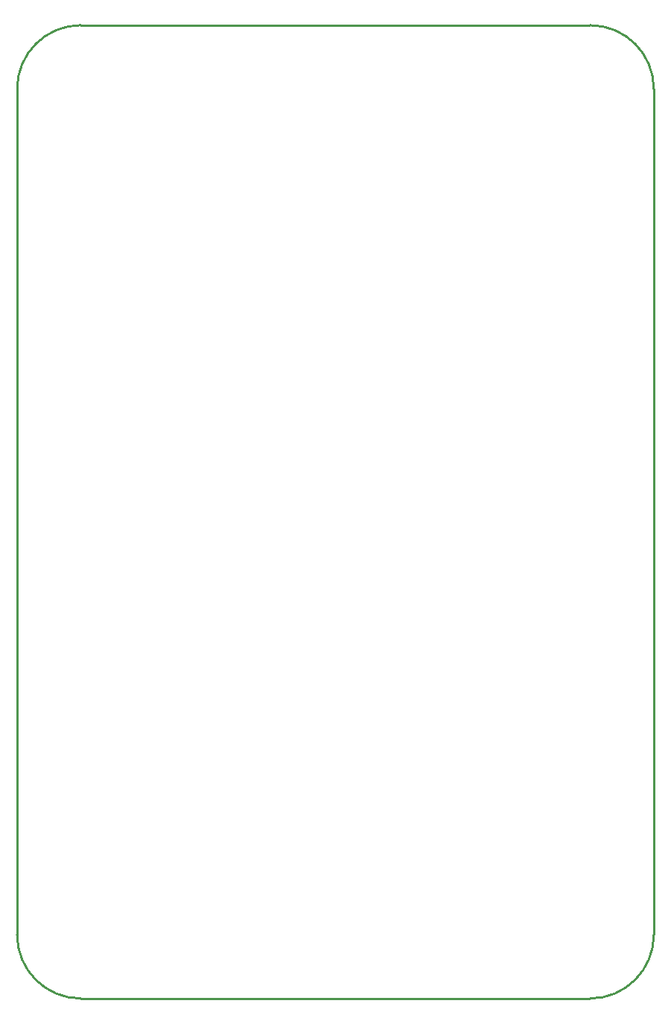
<source format=gko>
G04 Layer: BoardOutline*
G04 EasyEDA v6.4.19.5, 2021-05-01T16:54:04+01:00*
G04 546d7772027e45709b81d84d5bd5c9e2,16c567bfc68a422cbc3e568a0f495cef,10*
G04 Gerber Generator version 0.2*
G04 Scale: 100 percent, Rotated: No, Reflected: No *
G04 Dimensions in millimeters *
G04 leading zeros omitted , absolute positions ,4 integer and 5 decimal *
%FSLAX45Y45*%
%MOMM*%

%ADD10C,0.2540*%
D10*
X266700Y3060700D02*
G01*
X266700Y12661900D01*
X6781800Y2336800D02*
G01*
X990600Y2336800D01*
X7505700Y12661900D02*
G01*
X7505700Y3060700D01*
X990600Y13385800D02*
G01*
X6781800Y13385800D01*
G75*
G01*
X266700Y12661900D02*
G02*
X990600Y13385800I723900J0D01*
G75*
G01*
X990600Y2336800D02*
G02*
X266700Y3060700I0J723900D01*
G75*
G01*
X7505700Y3060700D02*
G02*
X6781800Y2336800I-723900J0D01*
G75*
G01*
X6781800Y13385800D02*
G02*
X7505700Y12661900I0J-723900D01*

%LPD*%
M02*

</source>
